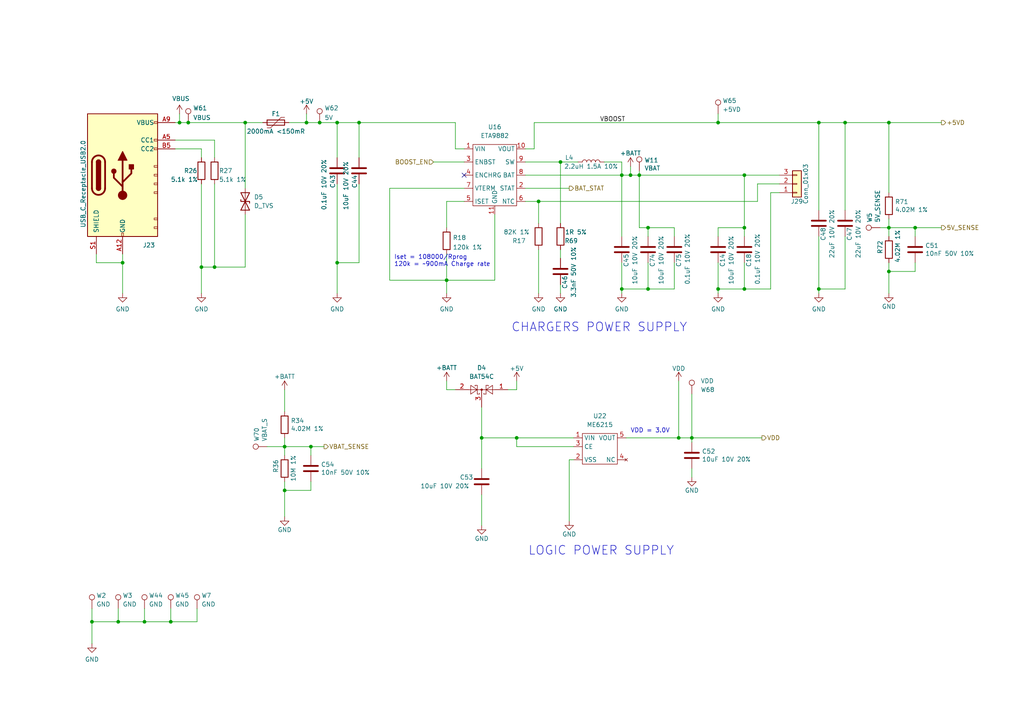
<source format=kicad_sch>
(kicad_sch (version 20230121) (generator eeschema)
  (paper "A4")
  (lib_symbols
    (symbol "Connector_Generic:Conn_01x03" (pin_names (offset 1.016) hide)
      (property "Reference" "J" (at 0 5.08 0))
      (property "Value" "Conn_01x03" (at 0 -5.08 0))
      (symbol "Conn_01x03_1_1"
        (rectangle (start -1.27 -2.413) (end 0 -2.667) (stroke (width 0.1524)))
        (rectangle (start -1.27 0.127) (end 0 -0.127) (stroke (width 0.1524)))
        (rectangle (start -1.27 2.667) (end 0 2.413) (stroke (width 0.1524)))
        (rectangle (start -1.27 3.81) (end 1.27 -3.81) (stroke (width 0.254)) (fill (type background)))
        (pin passive line (at -5.08 2.54 0) (length 3.81) (name "Pin_1") (number "1"))
        (pin passive line (at -5.08 0 0) (length 3.81) (name "Pin_2") (number "2"))
        (pin passive line (at -5.08 -2.54 0) (length 3.81) (name "Pin_3") (number "3"))
      )
    )
    (symbol "Device:C" (pin_numbers hide) (pin_names (offset 0.254))
      (property "Reference" "C" (at 0.635 2.54 0))
      (property "Value" "C" (at 0.635 -2.54 0))
      (symbol "C_0_1"
        (polyline (pts (xy -2.032 -0.762) (xy 2.032 -0.762)) (stroke (width 0.508)))
        (polyline (pts (xy -2.032 0.762) (xy 2.032 0.762)) (stroke (width 0.508)))
      )
      (symbol "C_1_1"
        (pin passive line (at 0 3.81 270) (length 2.794) (name "~") (number "1"))
        (pin passive line (at 0 -3.81 90) (length 2.794) (name "~") (number "2"))
      )
    )
    (symbol "Device:D_TVS" (pin_numbers hide) (pin_names (offset 1.016) hide)
      (property "Reference" "D" (at 0 2.54 0))
      (property "Value" "D_TVS" (at 0 -2.54 0))
      (symbol "D_TVS_0_1"
        (polyline (pts (xy 1.27 0) (xy -1.27 0)))
        (polyline (pts (xy 0.508 1.27) (xy 0 1.27) (xy 0 -1.27) (xy -0.508 -1.27)) (stroke (width 0.254)))
        (polyline (pts (xy -2.54 1.27) (xy -2.54 -1.27) (xy 2.54 1.27) (xy 2.54 -1.27) (xy -2.54 1.27)) (stroke (width 0.254)))
      )
      (symbol "D_TVS_1_1"
        (pin passive line (at -3.81 0 0) (length 2.54) (name "A1") (number "1"))
        (pin passive line (at 3.81 0 180) (length 2.54) (name "A2") (number "2"))
      )
    )
    (symbol "Device:L" (pin_numbers hide) (pin_names (offset 1.016) hide)
      (property "Reference" "L" (at -1.27 0 90))
      (property "Value" "L" (at 1.905 0 90))
      (symbol "L_0_1"
        (arc (start 0 -2.54) (mid 0.6323 -1.905) (end 0 -1.27))
        (arc (start 0 -1.27) (mid 0.6323 -0.635) (end 0 0))
        (arc (start 0 0) (mid 0.6323 0.635) (end 0 1.27))
        (arc (start 0 1.27) (mid 0.6323 1.905) (end 0 2.54))
      )
      (symbol "L_1_1"
        (pin passive line (at 0 3.81 270) (length 1.27) (name "1") (number "1"))
        (pin passive line (at 0 -3.81 90) (length 1.27) (name "2") (number "2"))
      )
    )
    (symbol "Device:Polyfuse" (pin_numbers hide) (pin_names (offset 0))
      (property "Reference" "F" (at -2.54 0 90))
      (property "Value" "Polyfuse" (at 2.54 0 90))
      (symbol "Polyfuse_0_1"
        (rectangle (start -0.762 2.54) (end 0.762 -2.54) (stroke (width 0.254)))
        (polyline (pts (xy 0 2.54) (xy 0 -2.54)))
        (polyline (pts (xy -1.524 2.54) (xy -1.524 1.524) (xy 1.524 -1.524) (xy 1.524 -2.54)))
      )
      (symbol "Polyfuse_1_1"
        (pin passive line (at 0 3.81 270) (length 1.27) (name "~") (number "1"))
        (pin passive line (at 0 -3.81 90) (length 1.27) (name "~") (number "2"))
      )
    )
    (symbol "Device:R" (pin_numbers hide) (pin_names (offset 0))
      (property "Reference" "R" (at 2.032 0 90))
      (property "Value" "R" (at 0 0 90))
      (symbol "R_0_1"
        (rectangle (start -1.016 -2.54) (end 1.016 2.54) (stroke (width 0.254)))
      )
      (symbol "R_1_1"
        (pin passive line (at 0 3.81 270) (length 1.27) (name "~") (number "1"))
        (pin passive line (at 0 -3.81 90) (length 1.27) (name "~") (number "2"))
      )
    )
    (symbol "Diode:BAT54C" (pin_names (offset 1.016))
      (property "Reference" "D" (at 0.635 -3.81 0))
      (property "Value" "BAT54C" (at -6.35 3.175 0))
      (symbol "BAT54C_0_1"
        (polyline (pts (xy -1.905 0) (xy 1.905 0)))
        (polyline (pts (xy -1.905 1.27) (xy -1.905 1.016)))
        (polyline (pts (xy -1.27 -1.27) (xy -0.635 -1.27)))
        (polyline (pts (xy -1.27 0) (xy -3.81 0)))
        (polyline (pts (xy -1.27 1.27) (xy -1.905 1.27)))
        (polyline (pts (xy -1.27 1.27) (xy -1.27 -1.27)))
        (polyline (pts (xy -0.635 -1.27) (xy -0.635 -1.016)))
        (polyline (pts (xy 0.635 -1.27) (xy 0.635 -1.016)))
        (polyline (pts (xy 1.27 -1.27) (xy 0.635 -1.27)))
        (polyline (pts (xy 1.27 1.27) (xy 1.27 -1.27)))
        (polyline (pts (xy 1.27 1.27) (xy 1.905 1.27)))
        (polyline (pts (xy 1.905 1.27) (xy 1.905 1.016)))
        (polyline (pts (xy 3.81 0) (xy 1.27 0)))
        (polyline (pts (xy -3.175 -1.27) (xy -3.175 1.27) (xy -1.27 0) (xy -3.175 -1.27)))
        (polyline (pts (xy 3.175 -1.27) (xy 3.175 1.27) (xy 1.27 0) (xy 3.175 -1.27)))
        (circle (center 0 0) (radius 0.254) (fill (type outline)))
      )
      (symbol "BAT54C_1_1"
        (pin passive line (at -7.62 0 0) (length 3.81) (name "~") (number "1"))
        (pin passive line (at 7.62 0 180) (length 3.81) (name "~") (number "2"))
        (pin passive line (at 0 -5.08 90) (length 5.08) (name "~") (number "3"))
      )
    )
    (symbol "Pixels-dice:ETA9882"
      (property "Reference" "U" (at -5.08 -17.78 0))
      (property "Value" "ETA9882" (at -10.16 2.54 0))
      (symbol "ETA9882_0_1"
        (rectangle (start -16.51 1.27) (end -3.81 -16.51))
      )
      (symbol "ETA9882_1_1"
        (pin power_in line (at -19.05 0 0) (length 2.54) (name "VIN") (number "1"))
        (pin power_out line (at -1.27 0 180) (length 2.54) (name "VOUT") (number "10"))
        (pin power_out line (at -10.16 -19.05 90) (length 2.54) (name "GND") (number "11"))
        (pin output line (at -1.27 -11.43 180) (length 2.54) (name "STAT") (number "2"))
        (pin input line (at -19.05 -3.81 0) (length 2.54) (name "ENBST") (number "3"))
        (pin input line (at -19.05 -7.62 0) (length 2.54) (name "ENCHRG") (number "4"))
        (pin output line (at -19.05 -15.24 0) (length 2.54) (name "ISET") (number "5"))
        (pin input line (at -1.27 -15.24 180) (length 2.54) (name "NTC") (number "6"))
        (pin input line (at -19.05 -11.43 0) (length 2.54) (name "VTERM") (number "7"))
        (pin power_in line (at -1.27 -7.62 180) (length 2.54) (name "BAT") (number "8"))
        (pin output line (at -1.27 -3.81 180) (length 2.54) (name "SW") (number "9"))
      )
    )
    (symbol "Pixels-dice:ME6215"
      (property "Reference" "U" (at 3.175 -6.35 0))
      (property "Value" "ME6215" (at 0 5.08 0))
      (symbol "ME6215_0_1"
        (rectangle (start -5.08 3.81) (end 5.08 -5.08))
      )
      (symbol "ME6215_1_1"
        (pin power_in line (at -7.62 2.54 0) (length 2.54) (name "VIN") (number "1"))
        (pin power_in line (at -7.62 -3.81 0) (length 2.54) (name "VSS") (number "2"))
        (pin input line (at -7.62 0 0) (length 2.54) (name "CE") (number "3"))
        (pin no_connect line (at 7.62 -3.81 180) (length 2.54) (name "NC") (number "4"))
        (pin power_out line (at 7.62 2.54 180) (length 2.54) (name "VOUT") (number "5"))
      )
    )
    (symbol "Pixels-dice:TEST_1P-conn" (pin_numbers hide) (pin_names (offset 0.762) hide)
      (property "Reference" "W" (at 0 6.858 0))
      (property "Value" "TEST_1P-conn" (at 0 5.08 0))
      (symbol "TEST_1P-conn_0_1"
        (circle (center 0 3.302) (radius 0.762))
      )
      (symbol "TEST_1P-conn_1_1"
        (pin passive line (at 0 0 90) (length 2.54) (name "1") (number "1"))
      )
    )
    (symbol "Pixels-dice:USB_C_Receptacle_USB2.0" (pin_names (offset 1.016))
      (property "Reference" "J" (at -10.16 19.05 0))
      (property "Value" "USB_C_Receptacle_USB2.0" (at 19.05 19.05 0))
      (symbol "USB_C_Receptacle_USB2.0_0_0"
        (rectangle (start -0.254 -17.78) (end 0.254 -16.764))
        (rectangle (start 10.16 -14.986) (end 9.144 -15.494))
        (rectangle (start 10.16 -12.446) (end 9.144 -12.954))
        (rectangle (start 10.16 -4.826) (end 9.144 -5.334))
        (rectangle (start 10.16 -2.286) (end 9.144 -2.794))
        (rectangle (start 10.16 0.254) (end 9.144 -0.254))
        (rectangle (start 10.16 2.794) (end 9.144 2.286))
        (rectangle (start 10.16 7.874) (end 9.144 7.366))
        (rectangle (start 10.16 10.414) (end 9.144 9.906))
        (rectangle (start 10.16 15.494) (end 9.144 14.986))
      )
      (symbol "USB_C_Receptacle_USB2.0_0_1"
        (rectangle (start -10.16 17.78) (end 10.16 -17.78) (stroke (width 0.254)) (fill (type background)))
        (arc (start -8.89 -3.81) (mid -6.985 -5.7067) (end -5.08 -3.81) (stroke (width 0.508)))
        (arc (start -7.62 -3.81) (mid -6.985 -4.4423) (end -6.35 -3.81) (stroke (width 0.254)))
        (arc (start -7.62 -3.81) (mid -6.985 -4.4423) (end -6.35 -3.81) (stroke (width 0.254)) (fill (type outline)))
        (rectangle (start -7.62 -3.81) (end -6.35 3.81) (stroke (width 0.254)) (fill (type outline)))
        (arc (start -6.35 3.81) (mid -6.985 4.4423) (end -7.62 3.81) (stroke (width 0.254)))
        (arc (start -6.35 3.81) (mid -6.985 4.4423) (end -7.62 3.81) (stroke (width 0.254)) (fill (type outline)))
        (arc (start -5.08 3.81) (mid -6.985 5.7067) (end -8.89 3.81) (stroke (width 0.508)))
        (circle (center -2.54 1.143) (radius 0.635) (stroke (width 0.254)) (fill (type outline)))
        (circle (center 0 -5.842) (radius 1.27) (fill (type outline)))
        (polyline (pts (xy -8.89 -3.81) (xy -8.89 3.81)) (stroke (width 0.508)))
        (polyline (pts (xy -5.08 3.81) (xy -5.08 -3.81)) (stroke (width 0.508)))
        (polyline (pts (xy 0 -5.842) (xy 0 4.318)) (stroke (width 0.508)))
        (polyline (pts (xy 0 -3.302) (xy -2.54 -0.762) (xy -2.54 0.508)) (stroke (width 0.508)))
        (polyline (pts (xy 0 -2.032) (xy 2.54 0.508) (xy 2.54 1.778)) (stroke (width 0.508)))
        (polyline (pts (xy -1.27 4.318) (xy 0 6.858) (xy 1.27 4.318) (xy -1.27 4.318)) (stroke (width 0.254)) (fill (type outline)))
        (rectangle (start 1.905 1.778) (end 3.175 3.048) (stroke (width 0.254)) (fill (type outline)))
      )
      (symbol "USB_C_Receptacle_USB2.0_1_1"
        (pin passive line (at 0 -22.86 90) (length 5.08) (name "GND") (number "A12"))
        (pin bidirectional line (at 15.24 10.16 180) (length 5.08) (name "CC1") (number "A5"))
        (pin passive line (at 15.24 15.24 180) (length 5.08) (name "VBUS") (number "A9"))
        (pin passive line (at 0 -22.86 90) (length 5.08) hide (name "GND") (number "B12"))
        (pin bidirectional line (at 15.24 7.62 180) (length 5.08) (name "CC2") (number "B5"))
        (pin passive line (at 15.24 15.24 180) (length 5.08) hide (name "VBUS") (number "B9"))
        (pin passive line (at -7.62 -22.86 90) (length 5.08) (name "SHIELD") (number "S1"))
      )
    )
    (symbol "power:+5V" (power) (pin_names (offset 0))
      (property "Value" "+5V" (at 0 3.556 0))
      (symbol "+5V_0_1"
        (polyline (pts (xy -0.762 1.27) (xy 0 2.54)))
        (polyline (pts (xy 0 0) (xy 0 2.54)))
        (polyline (pts (xy 0 2.54) (xy 0.762 1.27)))
      )
      (symbol "+5V_1_1"
        (pin power_in line (at 0 0 90) (length 0) hide (name "+5V") (number "1"))
      )
    )
    (symbol "power:+BATT" (power) (pin_names (offset 0))
      (property "Value" "+BATT" (at 0 3.556 0))
      (symbol "+BATT_0_1"
        (polyline (pts (xy -0.762 1.27) (xy 0 2.54)))
        (polyline (pts (xy 0 0) (xy 0 2.54)))
        (polyline (pts (xy 0 2.54) (xy 0.762 1.27)))
      )
      (symbol "+BATT_1_1"
        (pin power_in line (at 0 0 90) (length 0) hide (name "+BATT") (number "1"))
      )
    )
    (symbol "power:GND" (power) (pin_names (offset 0))
      (property "Value" "GND" (at 0 -3.81 0))
      (symbol "GND_0_1"
        (polyline (pts (xy 0 0) (xy 0 -1.27) (xy 1.27 -1.27) (xy 0 -2.54) (xy -1.27 -1.27) (xy 0 -1.27)))
      )
      (symbol "GND_1_1"
        (pin power_in line (at 0 0 270) (length 0) hide (name "GND") (number "1"))
      )
    )
    (symbol "power:VBUS" (power) (pin_names (offset 0))
      (property "Value" "VBUS" (at 0 3.81 0))
      (symbol "VBUS_0_1"
        (polyline (pts (xy -0.762 1.27) (xy 0 2.54)))
        (polyline (pts (xy 0 0) (xy 0 2.54)))
        (polyline (pts (xy 0 2.54) (xy 0.762 1.27)))
      )
      (symbol "VBUS_1_1"
        (pin power_in line (at 0 0 90) (length 0) hide (name "VBUS") (number "1"))
      )
    )
    (symbol "power:VDD" (power) (pin_names (offset 0))
      (property "Value" "VDD" (at 0 3.81 0))
      (symbol "VDD_0_1"
        (polyline (pts (xy -0.762 1.27) (xy 0 2.54)))
        (polyline (pts (xy 0 0) (xy 0 2.54)))
        (polyline (pts (xy 0 2.54) (xy 0.762 1.27)))
      )
      (symbol "VDD_1_1"
        (pin power_in line (at 0 0 90) (length 0) hide (name "VDD") (number "1"))
      )
    )
  )
  (junction (at 196.85 127))
  (junction (at 180.34 50.8))
  (junction (at 237.49 83.82))
  (junction (at 200.66 127))
  (junction (at 49.53 180.34))
  (junction (at 62.23 77.47))
  (junction (at 90.17 129.54))
  (junction (at 257.81 35.56))
  (junction (at 129.54 81.28))
  (junction (at 52.07 35.56))
  (junction (at 180.34 83.82))
  (junction (at 88.9 35.56))
  (junction (at 215.9 66.04))
  (junction (at 34.29 180.34))
  (junction (at 35.56 76.2))
  (junction (at 149.86 127))
  (junction (at 215.9 50.8))
  (junction (at 92.71 35.56))
  (junction (at 208.28 83.82))
  (junction (at 58.42 77.47))
  (junction (at 187.96 83.82))
  (junction (at 265.43 66.04))
  (junction (at 71.12 35.56))
  (junction (at 245.11 35.56))
  (junction (at 82.55 142.24))
  (junction (at 257.81 78.74))
  (junction (at 41.91 180.34))
  (junction (at 185.42 50.8))
  (junction (at 156.21 58.42))
  (junction (at 97.79 35.56))
  (junction (at 97.79 76.2))
  (junction (at 182.88 50.8))
  (junction (at 162.56 46.99))
  (junction (at 257.81 66.04))
  (junction (at 215.9 83.82))
  (junction (at 104.14 35.56))
  (junction (at 208.28 35.56))
  (junction (at 82.55 129.54))
  (junction (at 139.7 127))
  (junction (at 26.67 180.34))
  (junction (at 187.96 66.04))
  (junction (at 237.49 35.56))
  (junction (at 54.61 35.56))
  (no_connect (at 134.62 50.8))
  (wire (pts (xy 257.81 35.56) (xy 273.05 35.56)))
  (wire (pts (xy 52.07 33.02) (xy 52.07 35.56)))
  (wire (pts (xy 265.43 76.2) (xy 265.43 78.74)))
  (wire (pts (xy 62.23 53.34) (xy 62.23 77.47)))
  (wire (pts (xy 26.67 180.34) (xy 26.67 186.69)))
  (wire (pts (xy 195.58 76.2) (xy 195.58 83.82)))
  (wire (pts (xy 208.28 66.04) (xy 215.9 66.04)))
  (wire (pts (xy 219.71 53.34) (xy 226.06 53.34)))
  (wire (pts (xy 149.86 127) (xy 166.37 127)))
  (wire (pts (xy 265.43 66.04) (xy 265.43 68.58)))
  (wire (pts (xy 245.11 83.82) (xy 237.49 83.82)))
  (wire (pts (xy 180.34 46.99) (xy 180.34 50.8)))
  (wire (pts (xy 139.7 143.51) (xy 139.7 152.4)))
  (wire (pts (xy 185.42 50.8) (xy 215.9 50.8)))
  (wire (pts (xy 129.54 113.03) (xy 132.08 113.03)))
  (wire (pts (xy 265.43 66.04) (xy 273.05 66.04)))
  (wire (pts (xy 134.62 54.61) (xy 113.03 54.61)))
  (wire (pts (xy 165.1 133.35) (xy 165.1 151.13)))
  (wire (pts (xy 97.79 53.34) (xy 97.79 76.2)))
  (wire (pts (xy 97.79 35.56) (xy 97.79 45.72)))
  (wire (pts (xy 187.96 76.2) (xy 187.96 83.82)))
  (wire (pts (xy 35.56 73.66) (xy 35.56 76.2)))
  (wire (pts (xy 88.9 33.02) (xy 88.9 35.56)))
  (wire (pts (xy 223.52 55.88) (xy 226.06 55.88)))
  (wire (pts (xy 185.42 49.53) (xy 185.42 50.8)))
  (wire (pts (xy 90.17 142.24) (xy 82.55 142.24)))
  (wire (pts (xy 257.81 63.5) (xy 257.81 66.04)))
  (wire (pts (xy 185.42 66.04) (xy 185.42 50.8)))
  (wire (pts (xy 152.4 50.8) (xy 180.34 50.8)))
  (wire (pts (xy 82.55 113.03) (xy 82.55 119.38)))
  (wire (pts (xy 257.81 66.04) (xy 265.43 66.04)))
  (wire (pts (xy 113.03 54.61) (xy 113.03 81.28)))
  (wire (pts (xy 215.9 50.8) (xy 215.9 66.04)))
  (wire (pts (xy 71.12 62.23) (xy 71.12 77.47)))
  (wire (pts (xy 139.7 118.11) (xy 139.7 127)))
  (wire (pts (xy 223.52 55.88) (xy 223.52 83.82)))
  (wire (pts (xy 219.71 53.34) (xy 219.71 58.42)))
  (wire (pts (xy 58.42 43.18) (xy 58.42 45.72)))
  (wire (pts (xy 257.81 76.2) (xy 257.81 78.74)))
  (wire (pts (xy 62.23 77.47) (xy 58.42 77.47)))
  (wire (pts (xy 129.54 58.42) (xy 129.54 66.04)))
  (wire (pts (xy 245.11 35.56) (xy 257.81 35.56)))
  (wire (pts (xy 223.52 83.82) (xy 215.9 83.82)))
  (wire (pts (xy 27.94 76.2) (xy 35.56 76.2)))
  (wire (pts (xy 104.14 76.2) (xy 97.79 76.2)))
  (wire (pts (xy 162.56 46.99) (xy 162.56 64.77)))
  (wire (pts (xy 208.28 35.56) (xy 237.49 35.56)))
  (wire (pts (xy 26.67 180.34) (xy 34.29 180.34)))
  (wire (pts (xy 139.7 127) (xy 149.86 127)))
  (wire (pts (xy 104.14 35.56) (xy 104.14 45.72)))
  (wire (pts (xy 27.94 73.66) (xy 27.94 76.2)))
  (wire (pts (xy 90.17 139.7) (xy 90.17 142.24)))
  (wire (pts (xy 200.66 135.89) (xy 200.66 138.43)))
  (wire (pts (xy 200.66 127) (xy 200.66 128.27)))
  (wire (pts (xy 196.85 110.49) (xy 196.85 127)))
  (wire (pts (xy 104.14 35.56) (xy 132.08 35.56)))
  (wire (pts (xy 90.17 129.54) (xy 90.17 132.08)))
  (wire (pts (xy 77.47 129.54) (xy 82.55 129.54)))
  (wire (pts (xy 156.21 58.42) (xy 156.21 64.77)))
  (wire (pts (xy 181.61 127) (xy 196.85 127)))
  (wire (pts (xy 180.34 50.8) (xy 180.34 68.58)))
  (wire (pts (xy 97.79 76.2) (xy 97.79 85.09)))
  (wire (pts (xy 208.28 33.02) (xy 208.28 35.56)))
  (wire (pts (xy 149.86 110.49) (xy 149.86 113.03)))
  (wire (pts (xy 237.49 68.58) (xy 237.49 83.82)))
  (wire (pts (xy 182.88 48.26) (xy 182.88 50.8)))
  (wire (pts (xy 196.85 127) (xy 200.66 127)))
  (wire (pts (xy 208.28 68.58) (xy 208.28 66.04)))
  (wire (pts (xy 200.66 114.3) (xy 200.66 127)))
  (wire (pts (xy 82.55 129.54) (xy 90.17 129.54)))
  (wire (pts (xy 149.86 127) (xy 149.86 129.54)))
  (wire (pts (xy 215.9 66.04) (xy 215.9 68.58)))
  (wire (pts (xy 57.15 180.34) (xy 57.15 176.53)))
  (wire (pts (xy 187.96 83.82) (xy 195.58 83.82)))
  (wire (pts (xy 187.96 66.04) (xy 195.58 66.04)))
  (wire (pts (xy 162.56 46.99) (xy 167.64 46.99)))
  (wire (pts (xy 113.03 81.28) (xy 129.54 81.28)))
  (wire (pts (xy 215.9 76.2) (xy 215.9 83.82)))
  (wire (pts (xy 58.42 77.47) (xy 58.42 85.09)))
  (wire (pts (xy 92.71 35.56) (xy 97.79 35.56)))
  (wire (pts (xy 245.11 68.58) (xy 245.11 83.82)))
  (wire (pts (xy 129.54 73.66) (xy 129.54 81.28)))
  (wire (pts (xy 195.58 66.04) (xy 195.58 68.58)))
  (wire (pts (xy 154.94 35.56) (xy 208.28 35.56)))
  (wire (pts (xy 166.37 129.54) (xy 149.86 129.54)))
  (wire (pts (xy 187.96 68.58) (xy 187.96 66.04)))
  (wire (pts (xy 83.82 35.56) (xy 88.9 35.56)))
  (wire (pts (xy 257.81 78.74) (xy 257.81 85.09)))
  (wire (pts (xy 88.9 35.56) (xy 92.71 35.56)))
  (wire (pts (xy 50.8 40.64) (xy 62.23 40.64)))
  (wire (pts (xy 54.61 35.56) (xy 71.12 35.56)))
  (wire (pts (xy 132.08 35.56) (xy 132.08 43.18)))
  (wire (pts (xy 82.55 142.24) (xy 82.55 149.86)))
  (wire (pts (xy 237.49 35.56) (xy 237.49 60.96)))
  (wire (pts (xy 97.79 35.56) (xy 104.14 35.56)))
  (wire (pts (xy 104.14 53.34) (xy 104.14 76.2)))
  (wire (pts (xy 219.71 58.42) (xy 156.21 58.42)))
  (wire (pts (xy 34.29 180.34) (xy 34.29 176.53)))
  (wire (pts (xy 129.54 110.49) (xy 129.54 113.03)))
  (wire (pts (xy 82.55 139.7) (xy 82.55 142.24)))
  (wire (pts (xy 71.12 35.56) (xy 71.12 54.61)))
  (wire (pts (xy 185.42 66.04) (xy 187.96 66.04)))
  (wire (pts (xy 132.08 43.18) (xy 134.62 43.18)))
  (wire (pts (xy 154.94 35.56) (xy 154.94 43.18)))
  (wire (pts (xy 50.8 35.56) (xy 52.07 35.56)))
  (wire (pts (xy 257.81 66.04) (xy 257.81 68.58)))
  (wire (pts (xy 41.91 180.34) (xy 49.53 180.34)))
  (wire (pts (xy 156.21 72.39) (xy 156.21 85.09)))
  (wire (pts (xy 71.12 35.56) (xy 76.2 35.56)))
  (wire (pts (xy 125.73 46.99) (xy 134.62 46.99)))
  (wire (pts (xy 129.54 81.28) (xy 143.51 81.28)))
  (wire (pts (xy 237.49 83.82) (xy 237.49 85.09)))
  (wire (pts (xy 215.9 50.8) (xy 226.06 50.8)))
  (wire (pts (xy 180.34 76.2) (xy 180.34 83.82)))
  (wire (pts (xy 49.53 180.34) (xy 57.15 180.34)))
  (wire (pts (xy 26.67 176.53) (xy 26.67 180.34)))
  (wire (pts (xy 41.91 180.34) (xy 41.91 176.53)))
  (wire (pts (xy 50.8 43.18) (xy 58.42 43.18)))
  (wire (pts (xy 162.56 82.55) (xy 162.56 85.09)))
  (wire (pts (xy 71.12 77.47) (xy 62.23 77.47)))
  (wire (pts (xy 149.86 113.03) (xy 147.32 113.03)))
  (wire (pts (xy 143.51 62.23) (xy 143.51 81.28)))
  (wire (pts (xy 257.81 35.56) (xy 257.81 55.88)))
  (wire (pts (xy 152.4 54.61) (xy 165.1 54.61)))
  (wire (pts (xy 129.54 58.42) (xy 134.62 58.42)))
  (wire (pts (xy 175.26 46.99) (xy 180.34 46.99)))
  (wire (pts (xy 62.23 40.64) (xy 62.23 45.72)))
  (wire (pts (xy 215.9 83.82) (xy 208.28 83.82)))
  (wire (pts (xy 255.27 66.04) (xy 257.81 66.04)))
  (wire (pts (xy 265.43 78.74) (xy 257.81 78.74)))
  (wire (pts (xy 49.53 180.34) (xy 49.53 176.53)))
  (wire (pts (xy 139.7 135.89) (xy 139.7 127)))
  (wire (pts (xy 154.94 43.18) (xy 152.4 43.18)))
  (wire (pts (xy 180.34 50.8) (xy 182.88 50.8)))
  (wire (pts (xy 52.07 35.56) (xy 54.61 35.56)))
  (wire (pts (xy 165.1 133.35) (xy 166.37 133.35)))
  (wire (pts (xy 35.56 76.2) (xy 35.56 85.09)))
  (wire (pts (xy 208.28 83.82) (xy 208.28 85.09)))
  (wire (pts (xy 182.88 50.8) (xy 185.42 50.8)))
  (wire (pts (xy 200.66 127) (xy 220.98 127)))
  (wire (pts (xy 58.42 53.34) (xy 58.42 77.47)))
  (wire (pts (xy 82.55 127) (xy 82.55 129.54)))
  (wire (pts (xy 82.55 129.54) (xy 82.55 132.08)))
  (wire (pts (xy 90.17 129.54) (xy 93.98 129.54)))
  (wire (pts (xy 152.4 46.99) (xy 162.56 46.99)))
  (wire (pts (xy 245.11 35.56) (xy 245.11 60.96)))
  (wire (pts (xy 34.29 180.34) (xy 41.91 180.34)))
  (wire (pts (xy 129.54 81.28) (xy 129.54 85.09)))
  (wire (pts (xy 162.56 72.39) (xy 162.56 74.93)))
  (wire (pts (xy 152.4 58.42) (xy 156.21 58.42)))
  (wire (pts (xy 180.34 83.82) (xy 187.96 83.82)))
  (wire (pts (xy 237.49 35.56) (xy 245.11 35.56)))
  (wire (pts (xy 180.34 83.82) (xy 180.34 85.09)))
  (wire (pts (xy 208.28 76.2) (xy 208.28 83.82)))
  (text "CHARGERS POWER SUPPLY" (at 199.39 96.52 0) (effects (font (size 2.54 2.54)) (justify right bottom)))
  (text "VDD = 3.0V" (at 194.31 125.73 0) (effects (font (size 1.27 1.27)) (justify right bottom)))
  (text "Iset = 108000/Rprog\n120k = ~900mA Charge rate" (at 114.3 77.47 0) (effects (font (size 1.27 1.27)) (justify left bottom)))
  (text "LOGIC POWER SUPPLY" (at 195.58 161.29 0) (effects (font (size 2.54 2.54)) (justify right bottom)))
  (label "VBOOST" (at 173.99 35.56 0))
  (hierarchical_label "VDD" (shape output) (at 220.98 127 0))
  (hierarchical_label "VBAT_SENSE" (shape output) (at 93.98 129.54 0))
  (hierarchical_label "5V_SENSE" (shape output) (at 273.05 66.04 0))
  (hierarchical_label "BAT_STAT" (shape output) (at 165.1 54.61 0))
  (hierarchical_label "+5VD" (shape output) (at 273.05 35.56 0))
  (hierarchical_label "BOOST_EN" (shape input) (at 125.73 46.99 180))
  (symbol (lib_id "power:GND") (at 180.34 85.09 0) (unit 1)
    (property "Reference" "#PWR0104" (effects hide))
    (property "Value" "GND" (at 180.34 89.6525 0))
  )
  (symbol (lib_id "Pixels-dice:TEST_1P-conn") (at 208.28 33.02 0) (unit 1)
    (property "Reference" "W65" (at 209.55 29.21 0) (effects (justify left)))
    (property "Value" "+5VD" (at 209.55 31.75 0) (effects (justify left)))
    (property "Footprint" "Pixels-dice:TestPoint_1.5x1.5_Drill0.9mm" (effects hide))
  )
  (symbol (lib_id "Device:C") (at 180.34 72.39 0) (unit 1)
    (property "Reference" "C45" (at 181.61 77.47 90) (effects (justify left)))
    (property "Value" "10uF 10V 20%" (at 184.15 82.55 90) (effects (justify left)))
    (property "Footprint" "Capacitor_SMD:C_0603_1608Metric" (effects hide))
    (property "Generic OK" "YES" (effects hide))
    (property "Manufacturer" "Murata" (effects hide))
    (property "Manufacturer Part Number" "GRM188R61A106ME69D" (effects hide))
  )
  (symbol (lib_id "power:+5V") (at 88.9 33.02 0) (unit 1)
    (property "Reference" "#PWR059" (effects hide))
    (property "Value" "+5V" (at 88.9 29.4155 0))
  )
  (symbol (lib_id "power:+5V") (at 149.86 110.49 0) (unit 1)
    (property "Reference" "#PWR085" (effects hide))
    (property "Value" "+5V" (at 149.86 106.8855 0))
  )
  (symbol (lib_id "Pixels-dice:TEST_1P-conn") (at 92.71 35.56 0) (unit 1)
    (property "Reference" "W62" (at 94.107 31.3495 0) (effects (justify left)))
    (property "Value" "5V" (at 94.107 34.1246 0) (effects (justify left)))
    (property "Footprint" "Pixels-dice:TEST_PIN" (effects hide))
  )
  (symbol (lib_id "power:+BATT") (at 82.55 113.03 0) (unit 1)
    (property "Reference" "#PWR081" (effects hide))
    (property "Value" "+BATT" (at 82.55 109.22 0))
  )
  (symbol (lib_id "Pixels-dice:TEST_1P-conn") (at 54.61 35.56 0) (unit 1)
    (property "Reference" "W61" (at 56.007 31.3495 0) (effects (justify left)))
    (property "Value" "VBUS" (at 56.007 34.1246 0) (effects (justify left)))
    (property "Footprint" "Pixels-dice:TestPoint_1.5x1.5_Drill0.9mm" (effects hide))
  )
  (symbol (lib_id "Device:Polyfuse") (at 80.01 35.56 90) (unit 1)
    (property "Reference" "F1" (at 80.01 33.02 90))
    (property "Value" "2000mA <150mR" (at 80.01 38.1 90))
    (property "Footprint" "Fuse:Fuse_1210_3225Metric" (effects hide))
    (property "Manufacturer" "Shenzhen JDT Fuse" (effects hide))
    (property "Manufacturer Part Number" "ASMD1210-110-16V" (effects hide))
    (property "Generic OK" "YES" (effects hide))
  )
  (symbol (lib_id "Device:R") (at 58.42 49.53 180) (unit 1)
    (property "Reference" "R26" (at 53.34 49.53 0) (effects (justify right)))
    (property "Value" "5.1k 1%" (at 49.53 52.07 0) (effects (justify right)))
    (property "Footprint" "Resistor_SMD:R_0402_1005Metric" (effects hide))
    (property "LCSC Part Number" "C25905" (effects hide))
    (property "Manufacturer" "UNI-ROYAL(Uniroyal Elec)" (effects hide))
    (property "Manufacturer Part Number" "0402WGF5101TCE" (effects hide))
    (property "Generic OK" "YES" (effects hide))
  )
  (symbol (lib_id "Device:C") (at 195.58 72.39 0) (unit 1)
    (property "Reference" "C75" (at 196.85 77.47 90) (effects (justify left)))
    (property "Value" "0.1uF 10V 20%" (at 199.39 82.55 90) (effects (justify left)))
    (property "Footprint" "Capacitor_SMD:C_0402_1005Metric" (effects hide))
    (property "Generic OK" "YES" (effects hide))
    (property "Manufacturer" "Murata" (effects hide))
    (property "Manufacturer Part Number" "GRM155R61H104KE19D" (effects hide))
  )
  (symbol (lib_id "power:GND") (at 58.42 85.09 0) (unit 1)
    (property "Reference" "#PWR065" (effects hide))
    (property "Value" "GND" (at 58.42 89.6525 0))
  )
  (symbol (lib_id "Device:R") (at 62.23 49.53 180) (unit 1)
    (property "Reference" "R27" (at 63.5 49.53 0) (effects (justify right)))
    (property "Value" "5.1k 1%" (at 63.5 52.07 0) (effects (justify right)))
    (property "Footprint" "Resistor_SMD:R_0402_1005Metric" (effects hide))
    (property "LCSC Part Number" "C25905" (effects hide))
    (property "Manufacturer" "UNI-ROYAL(Uniroyal Elec)" (effects hide))
    (property "Manufacturer Part Number" "0402WGF5101TCE" (effects hide))
    (property "Generic OK" "YES" (effects hide))
  )
  (symbol (lib_id "Pixels-dice:TEST_1P-conn") (at 34.29 176.53 0) (unit 1)
    (property "Reference" "W3" (at 35.56 172.72 0) (effects (justify left)))
    (property "Value" "GND" (at 35.56 175.26 0) (effects (justify left)))
    (property "Footprint" "Pixels-dice:TestPoint_1.5x1.5_Drill0.9mm" (effects hide))
  )
  (symbol (lib_id "power:VBUS") (at 52.07 33.02 0) (unit 1)
    (property "Reference" "#PWR058" (effects hide))
    (property "Value" "VBUS" (at 52.451 28.6258 0))
  )
  (symbol (lib_id "Device:L") (at 171.45 46.99 90) (unit 1)
    (property "Reference" "L4" (at 165.1 45.72 90))
    (property "Value" "2.2uH 1.5A 10%" (at 171.45 48.26 90))
    (property "Footprint" "Pixels-dice:SPM6530" (effects hide))
    (property "Generic OK" "YES" (effects hide))
    (property "Manufacturer" "TDK" (effects hide))
    (property "Manufacturer Part Number" "SPM6530T-2R2M" (effects hide))
    (property "LCSC Part Number" "C76857" (effects hide))
  )
  (symbol (lib_id "power:GND") (at 97.79 85.09 0) (unit 1)
    (property "Reference" "#PWR067" (effects hide))
    (property "Value" "GND" (at 97.79 89.6525 0))
  )
  (symbol (lib_id "Device:C") (at 162.56 78.74 0) (unit 1)
    (property "Reference" "C46" (at 163.83 83.82 90) (effects (justify left)))
    (property "Value" "3.3nF 50V 10%" (at 166.37 86.36 90) (effects (justify left)))
    (property "Footprint" "Capacitor_SMD:C_0402_1005Metric" (effects hide))
    (property "Generic OK" "YES" (effects hide))
    (property "Pixels Part Number" "SMD-C007" (effects hide))
    (property "Manufacturer" "Murata" (effects hide))
    (property "Manufacturer Part Number" "GRM155R71H332KA01D" (effects hide))
  )
  (symbol (lib_id "Pixels-dice:USB_C_Receptacle_USB2.0") (at 35.56 50.8 0) (unit 1)
    (property "Reference" "J23" (at 43.18 71.12 0))
    (property "Value" "USB_C_Receptacle_USB2.0" (at 24.13 53.34 90))
    (property "Footprint" "Pixels-dice:USB-C-SMD_10P-P1.00-L6.8-W8.9_V1.1" (effects hide))
    (property "Datasheet" "https://www.usb.org/sites/default/files/documents/usb_type-c.zip" (effects hide))
    (property "LCSC Part Number" "C283540" (effects hide))
    (property "Manufacturer" "Korean Hroparts Elec" (effects hide))
    (property "Manufacturer Part Number" "TYPE-C-31-M-17" (effects hide))
    (property "Generic OK" "NO" (effects hide))
  )
  (symbol (lib_id "Device:C") (at 237.49 64.77 0) (unit 1)
    (property "Reference" "C48" (at 238.76 69.85 90) (effects (justify left)))
    (property "Value" "22uF 10V 20%" (at 241.3 74.93 90) (effects (justify left)))
    (property "Footprint" "Capacitor_SMD:C_0805_2012Metric" (effects hide))
    (property "Manufacturer" "Murata" (effects hide))
    (property "Manufacturer Part Number" "GRM21BR61A226ME51L" (effects hide))
    (property "Generic OK" "YES" (effects hide))
  )
  (symbol (lib_id "power:GND") (at 26.67 186.69 0) (unit 1)
    (property "Reference" "#PWR010" (effects hide))
    (property "Value" "GND" (at 26.67 191.2525 0))
  )
  (symbol (lib_id "Pixels-dice:TEST_1P-conn") (at 26.67 176.53 0) (unit 1)
    (property "Reference" "W2" (at 27.94 172.72 0) (effects (justify left)))
    (property "Value" "GND" (at 27.94 175.26 0) (effects (justify left)))
    (property "Footprint" "Pixels-dice:TestPoint_1.5x1.5_Drill0.9mm" (effects hide))
  )
  (symbol (lib_id "Pixels-dice:TEST_1P-conn") (at 200.66 114.3 0) (unit 1)
    (property "Reference" "W68" (at 203.2 113.03 0) (effects (justify left)))
    (property "Value" "VDD" (at 203.2 110.49 0) (effects (justify left)))
    (property "Footprint" "Pixels-dice:TestPoint_1.5x1.5_Drill0.9mm" (effects hide))
  )
  (symbol (lib_id "Pixels-dice:TEST_1P-conn") (at 255.27 66.04 90) (unit 1)
    (property "Reference" "W5" (at 252.222 64.5668 0) (effects (justify left)))
    (property "Value" "5V_SENSE" (at 254.5334 64.5668 0) (effects (justify left)))
    (property "Footprint" "Pixels-dice:TestPoint_1.5x1.5_Drill0.9mm" (effects hide))
  )
  (symbol (lib_id "Pixels-dice:ETA9882") (at 153.67 43.18 0) (unit 1)
    (property "Reference" "U16" (at 143.51 36.83 0))
    (property "Value" "ETA9882" (at 143.51 39.37 0))
    (property "Footprint" "Pixels-dice:ESSOP10" (effects hide))
    (property "Manufacturer" "ETA Semiconductor Limited" (effects hide))
    (property "Manufacturer Part Number" "ETA9882E10" (effects hide))
  )
  (symbol (lib_id "Device:C") (at 200.66 132.08 0) (unit 1)
    (property "Reference" "C52" (at 203.581 130.9116 0) (effects (justify left)))
    (property "Value" "10uF 10V 20%" (at 203.581 133.223 0) (effects (justify left)))
    (property "Footprint" "Capacitor_SMD:C_0603_1608Metric" (effects hide))
    (property "Generic OK" "YES" (effects hide))
    (property "Pixels Part Number" "SMD-C002" (effects hide))
    (property "Manufacturer" "Murata" (effects hide))
    (property "Manufacturer Part Number" "GRM188R61A106ME69D" (effects hide))
  )
  (symbol (lib_id "Device:C") (at 90.17 135.89 0) (unit 1)
    (property "Reference" "C54" (at 93.091 134.7216 0) (effects (justify left)))
    (property "Value" "10nF 50V 10%" (at 93.091 137.033 0) (effects (justify left)))
    (property "Footprint" "Capacitor_SMD:C_0402_1005Metric" (effects hide))
    (property "Generic OK" "YES" (effects hide))
    (property "Pixels Part Number" "SMD-C009" (effects hide))
    (property "Manufacturer" "Murata" (effects hide))
    (property "Manufacturer Part Number" "GRM155R71H103KA88D" (effects hide))
    (property "LCSC Part Number" "C2175791" (effects hide))
  )
  (symbol (lib_id "Diode:BAT54C") (at 139.7 113.03 0) (mirror y) (unit 1)
    (property "Reference" "D4" (at 139.7 106.68 0))
    (property "Value" "BAT54C" (at 139.7 109.22 0))
    (property "Footprint" "Package_TO_SOT_SMD:SOT-23" (effects hide))
    (property "Datasheet" "http://www.diodes.com/_files/datasheets/ds11005.pdf" (effects hide))
    (property "Generic OK" "YES" (effects hide))
    (property "LCSC Part Number" "C37704" (effects hide))
    (property "Manufacturer" "Nexperia" (effects hide))
    (property "Manufacturer Part Number" "BAT54C,215" (effects hide))
  )
  (symbol (lib_id "Device:C") (at 97.79 49.53 0) (unit 1)
    (property "Reference" "C43" (at 96.52 54.61 90) (effects (justify left)))
    (property "Value" "0.1uF 10V 20%" (at 93.98 60.96 90) (effects (justify left)))
    (property "Footprint" "Capacitor_SMD:C_0402_1005Metric" (effects hide))
    (property "LCSC Part Number" "C2168305" (effects hide))
    (property "Manufacturer" "Murata" (effects hide))
    (property "Manufacturer Part Number" "GRM155R61H104KE19D" (effects hide))
    (property "Generic OK" "YES" (effects hide))
  )
  (symbol (lib_id "Pixels-dice:TEST_1P-conn") (at 57.15 176.53 0) (unit 1)
    (property "Reference" "W7" (at 58.42 172.72 0) (effects (justify left)))
    (property "Value" "GND" (at 58.42 175.26 0) (effects (justify left)))
    (property "Footprint" "Pixels-dice:TestPoint_1.5x1.5_Drill0.9mm" (effects hide))
  )
  (symbol (lib_id "Pixels-dice:TEST_1P-conn") (at 41.91 176.53 0) (unit 1)
    (property "Reference" "W44" (at 43.18 172.72 0) (effects (justify left)))
    (property "Value" "GND" (at 43.18 175.26 0) (effects (justify left)))
    (property "Footprint" "Pixels-dice:TestPoint_1.5x1.5_Drill0.9mm" (effects hide))
  )
  (symbol (lib_id "Pixels-dice:TEST_1P-conn") (at 185.42 49.53 0) (unit 1)
    (property "Reference" "W11" (at 186.8932 46.482 0) (effects (justify left)))
    (property "Value" "VBAT" (at 186.8932 48.7934 0) (effects (justify left)))
    (property "Footprint" "Pixels-dice:TestPoint_1.5x1.5_Drill0.9mm" (effects hide))
  )
  (symbol (lib_id "power:GND") (at 35.56 85.09 0) (unit 1)
    (property "Reference" "#PWR064" (effects hide))
    (property "Value" "GND" (at 35.56 89.6525 0))
  )
  (symbol (lib_id "Device:C") (at 187.96 72.39 0) (unit 1)
    (property "Reference" "C74" (at 189.23 77.47 90) (effects (justify left)))
    (property "Value" "10uF 10V 20%" (at 191.77 82.55 90) (effects (justify left)))
    (property "Footprint" "Capacitor_SMD:C_0603_1608Metric" (effects hide))
    (property "Generic OK" "YES" (effects hide))
    (property "Manufacturer" "Murata" (effects hide))
    (property "Manufacturer Part Number" "GRM188R61A106ME69D" (effects hide))
  )
  (symbol (lib_id "Connector_Generic:Conn_01x03") (at 231.14 53.34 0) (mirror x) (unit 1)
    (property "Reference" "J29" (at 231.14 58.42 0))
    (property "Value" "Conn_01x03" (at 233.68 53.34 90))
    (property "Footprint" "Pixels-dice:BAT_SMT_3" (effects hide))
    (property "Manufacturer" "ZH CONNECTOR" (effects hide))
    (property "Manufacturer Part Number" "S3B-ZR-SM4A-TF" (effects hide))
  )
  (symbol (lib_id "Device:R") (at 162.56 68.58 180) (unit 1)
    (property "Reference" "R69" (at 167.64 69.85 0) (effects (justify left)))
    (property "Value" "1R 5%" (at 170.18 67.31 0) (effects (justify left)))
    (property "Footprint" "Resistor_SMD:R_0402_1005Metric" (effects hide))
    (property "Generic OK" "YES" (effects hide))
    (property "Pixels Part Number" "SMD-R006" (effects hide))
    (property "Manufacturer" "UNI-ROYAL(Uniroyal Elec)" (effects hide))
    (property "Manufacturer Part Number" "0402WGJ010JTCE" (effects hide))
  )
  (symbol (lib_id "Device:C") (at 104.14 49.53 0) (unit 1)
    (property "Reference" "C44" (at 102.87 54.61 90) (effects (justify left)))
    (property "Value" "10uF 10V 20%" (at 100.33 60.96 90) (effects (justify left)))
    (property "Footprint" "Capacitor_SMD:C_0603_1608Metric" (effects hide))
    (property "Manufacturer" "Murata" (effects hide))
    (property "Manufacturer Part Number" "GRM188R61A106ME69D" (effects hide))
    (property "Generic OK" "YES" (effects hide))
  )
  (symbol (lib_id "power:GND") (at 165.1 151.13 0) (unit 1)
    (property "Reference" "#PWR084" (effects hide))
    (property "Value" "GND" (at 165.1 154.94 0))
  )
  (symbol (lib_id "Device:R") (at 257.81 72.39 0) (unit 1)
    (property "Reference" "R72" (at 255.27 73.66 90) (effects (justify left)))
    (property "Value" "4.02M 1%" (at 260.35 76.2 90) (effects (justify left)))
    (property "Footprint" "Resistor_SMD:R_0402_1005Metric" (effects hide))
    (property "Generic OK" "YES" (effects hide))
    (property "Pixels Part Number" "SMD-R003" (effects hide))
    (property "Manufacturer" "UNI-ROYAL(Uniroyal Elec)" (effects hide))
    (property "Manufacturer Part Number" "0402WGF4024TCE" (effects hide))
    (property "LCSC Part Number" "C423177" (effects hide))
  )
  (symbol (lib_id "Device:R") (at 129.54 69.85 0) (unit 1)
    (property "Reference" "R18" (at 131.318 68.9415 0) (effects (justify left)))
    (property "Value" "120k 1%" (at 131.318 71.7166 0) (effects (justify left)))
    (property "Footprint" "Resistor_SMD:R_0402_1005Metric" (effects hide))
    (property "Manufacturer" "UNI-ROYAL(Uniroyal Elec)" (effects hide))
    (property "Manufacturer Part Number" "0402WGF1203TCE" (effects hide))
    (property "Generic OK" "YES" (effects hide))
  )
  (symbol (lib_id "Device:C") (at 139.7 139.7 0) (unit 1)
    (property "Reference" "C53" (at 133.35 138.43 0) (effects (justify left)))
    (property "Value" "10uF 10V 20%" (at 121.92 140.97 0) (effects (justify left)))
    (property "Footprint" "Capacitor_SMD:C_0603_1608Metric" (effects hide))
    (property "Generic OK" "YES" (effects hide))
    (property "Pixels Part Number" "SMD-C002" (effects hide))
    (property "Manufacturer" "Murata" (effects hide))
    (property "Manufacturer Part Number" "GRM188R61A106ME69D" (effects hide))
  )
  (symbol (lib_id "power:+BATT") (at 182.88 48.26 0) (unit 1)
    (property "Reference" "#PWR028" (effects hide))
    (property "Value" "+BATT" (at 182.88 44.45 0))
  )
  (symbol (lib_id "power:GND") (at 82.55 149.86 0) (unit 1)
    (property "Reference" "#PWR086" (effects hide))
    (property "Value" "GND" (at 82.55 153.67 0))
  )
  (symbol (lib_id "power:GND") (at 129.54 85.09 0) (unit 1)
    (property "Reference" "#PWR035" (effects hide))
    (property "Value" "GND" (at 129.54 89.6525 0))
  )
  (symbol (lib_id "Device:R") (at 156.21 68.58 180) (unit 1)
    (property "Reference" "R17" (at 148.59 69.85 0) (effects (justify right)))
    (property "Value" "82K 1%" (at 146.05 67.31 0) (effects (justify right)))
    (property "Footprint" "Resistor_SMD:R_0402_1005Metric" (effects hide))
    (property "Generic OK" "YES" (effects hide))
    (property "Manufacturer" "UNI-ROYAL(Uniroyal Elec)" (effects hide))
    (property "Manufacturer Part Number" "0402WGF8202TCE" (effects hide))
  )
  (symbol (lib_id "Pixels-dice:TEST_1P-conn") (at 49.53 176.53 0) (unit 1)
    (property "Reference" "W45" (at 50.8 172.72 0) (effects (justify left)))
    (property "Value" "GND" (at 50.8 175.26 0) (effects (justify left)))
    (property "Footprint" "Pixels-dice:TestPoint_1.5x1.5_Drill0.9mm" (effects hide))
  )
  (symbol (lib_id "power:GND") (at 200.66 138.43 0) (unit 1)
    (property "Reference" "#PWR082" (effects hide))
    (property "Value" "GND" (at 200.66 142.24 0))
  )
  (symbol (lib_id "power:VDD") (at 196.85 110.49 0) (unit 1)
    (property "Reference" "#PWR080" (effects hide))
    (property "Value" "VDD" (at 196.85 106.8855 0))
  )
  (symbol (lib_id "Device:D_TVS") (at 71.12 58.42 90) (unit 1)
    (property "Reference" "D5" (at 73.66 57.1499 90) (effects (justify right)))
    (property "Value" "D_TVS" (at 73.66 59.6899 90) (effects (justify right)))
    (property "Footprint" "Pixels-dice:DFN" (effects hide))
    (property "Manufacturer" "Murata" (effects hide))
    (property "Manufacturer Part Number" "LXES1UTAA1-157" (effects hide))
  )
  (symbol (lib_id "power:GND") (at 162.56 85.09 0) (unit 1)
    (property "Reference" "#PWR078" (effects hide))
    (property "Value" "GND" (at 162.56 89.6525 0))
  )
  (symbol (lib_id "Pixels-dice:ME6215") (at 173.99 129.54 0) (unit 1)
    (property "Reference" "U22" (at 173.99 120.65 0))
    (property "Value" "ME6215" (at 173.99 123.19 0))
    (property "Footprint" "Pixels-dice:SOT-23-5" (effects hide))
    (property "Generic OK" "NO" (effects hide))
    (property "Manufacturer" "MICRONE(Nanjing Micro One Elec)" (effects hide))
    (property "Manufacturer Part Number" "ME6215C30M5G" (effects hide))
  )
  (symbol (lib_id "power:GND") (at 237.49 85.09 0) (unit 1)
    (property "Reference" "#PWR031" (effects hide))
    (property "Value" "GND" (at 237.49 89.6525 0))
  )
  (symbol (lib_id "Device:R") (at 257.81 59.69 0) (unit 1)
    (property "Reference" "R71" (at 259.588 58.5216 0) (effects (justify left)))
    (property "Value" "4.02M 1%" (at 259.588 60.833 0) (effects (justify left)))
    (property "Footprint" "Resistor_SMD:R_0402_1005Metric" (effects hide))
    (property "Generic OK" "YES" (effects hide))
    (property "Pixels Part Number" "SMD-R003" (effects hide))
    (property "Manufacturer" "UNI-ROYAL(Uniroyal Elec)" (effects hide))
    (property "Manufacturer Part Number" "0402WGF4024TCE" (effects hide))
    (property "LCSC Part Number" "C423177" (effects hide))
  )
  (symbol (lib_id "power:+BATT") (at 129.54 110.49 0) (unit 1)
    (property "Reference" "#PWR038" (effects hide))
    (property "Value" "+BATT" (at 129.54 106.68 0))
  )
  (symbol (lib_id "Pixels-dice:TEST_1P-conn") (at 77.47 129.54 90) (unit 1)
    (property "Reference" "W70" (at 74.422 128.0668 0) (effects (justify left)))
    (property "Value" "VBAT_S" (at 76.7334 128.0668 0) (effects (justify left)))
    (property "Footprint" "Pixels-dice:TEST_PIN" (effects hide))
  )
  (symbol (lib_id "Device:C") (at 208.28 72.39 0) (unit 1)
    (property "Reference" "C14" (at 209.55 77.47 90) (effects (justify left)))
    (property "Value" "10uF 10V 20%" (at 212.09 82.55 90) (effects (justify left)))
    (property "Footprint" "Capacitor_SMD:C_0603_1608Metric" (effects hide))
    (property "Generic OK" "YES" (effects hide))
    (property "Manufacturer" "Murata" (effects hide))
    (property "Manufacturer Part Number" "GRM188R61A106ME69D" (effects hide))
  )
  (symbol (lib_id "Device:R") (at 82.55 123.19 0) (unit 1)
    (property "Reference" "R34" (at 84.328 122.0216 0) (effects (justify left)))
    (property "Value" "4.02M 1%" (at 84.328 124.333 0) (effects (justify left)))
    (property "Footprint" "Resistor_SMD:R_0402_1005Metric" (effects hide))
    (property "Generic OK" "YES" (effects hide))
    (property "Pixels Part Number" "SMD-R003" (effects hide))
    (property "Manufacturer" "UNI-ROYAL(Uniroyal Elec)" (effects hide))
    (property "Manufacturer Part Number" "0402WGF4024TCE" (effects hide))
    (property "LCSC Part Number" "C423177" (effects hide))
  )
  (symbol (lib_id "Device:C") (at 245.11 64.77 0) (unit 1)
    (property "Reference" "C47" (at 246.38 69.85 90) (effects (justify left)))
    (property "Value" "22uF 10V 20%" (at 248.92 74.93 90) (effects (justify left)))
    (property "Footprint" "Capacitor_SMD:C_0805_2012Metric" (effects hide))
    (property "Manufacturer" "Murata" (effects hide))
    (property "Manufacturer Part Number" "GRM21BR61A226ME51L" (effects hide))
    (property "Generic OK" "YES" (effects hide))
  )
  (symbol (lib_id "Device:R") (at 82.55 135.89 0) (unit 1)
    (property "Reference" "R36" (at 80.01 137.16 90) (effects (justify left)))
    (property "Value" "10M 1%" (at 85.09 139.7 90) (effects (justify left)))
    (property "Footprint" "Resistor_SMD:R_0402_1005Metric" (effects hide))
    (property "Generic OK" "YES" (effects hide))
    (property "Pixels Part Number" "SMD-R004" (effects hide))
    (property "Manufacturer" "UNI-ROYAL(Uniroyal Elec)" (effects hide))
    (property "Manufacturer Part Number" "0402WGF1005TCE" (effects hide))
    (property "LCSC Part Number" "C26082" (effects hide))
  )
  (symbol (lib_id "power:GND") (at 156.21 85.09 0) (unit 1)
    (property "Reference" "#PWR036" (effects hide))
    (property "Value" "GND" (at 156.21 89.6525 0))
  )
  (symbol (lib_id "power:GND") (at 257.81 85.09 0) (unit 1)
    (property "Reference" "#PWR093" (effects hide))
    (property "Value" "GND" (at 257.81 88.9 0))
  )
  (symbol (lib_id "power:GND") (at 139.7 152.4 0) (unit 1)
    (property "Reference" "#PWR083" (effects hide))
    (property "Value" "GND" (at 139.7 156.21 0))
  )
  (symbol (lib_id "Device:C") (at 215.9 72.39 0) (unit 1)
    (property "Reference" "C18" (at 217.17 77.47 90) (effects (justify left)))
    (property "Value" "0.1uF 10V 20%" (at 219.71 82.55 90) (effects (justify left)))
    (property "Footprint" "Capacitor_SMD:C_0402_1005Metric" (effects hide))
    (property "Generic OK" "YES" (effects hide))
    (property "Manufacturer" "Murata" (effects hide))
    (property "Manufacturer Part Number" "GRM155R61H104KE19D" (effects hide))
  )
  (symbol (lib_id "Device:C") (at 265.43 72.39 0) (unit 1)
    (property "Reference" "C51" (at 268.351 71.2216 0) (effects (justify left)))
    (property "Value" "10nF 50V 10%" (at 268.351 73.533 0) (effects (justify left)))
    (property "Footprint" "Capacitor_SMD:C_0402_1005Metric" (effects hide))
    (property "Generic OK" "YES" (effects hide))
    (property "Pixels Part Number" "SMD-C009" (effects hide))
    (property "Manufacturer" "Murata" (effects hide))
    (property "Manufacturer Part Number" "GRM155R71H103KA88D" (effects hide))
    (property "LCSC Part Number" "C2175791" (effects hide))
  )
  (symbol (lib_id "power:GND") (at 208.28 85.09 0) (unit 1)
    (property "Reference" "#PWR0120" (effects hide))
    (property "Value" "GND" (at 208.28 89.6525 0))
  )
)
</source>
